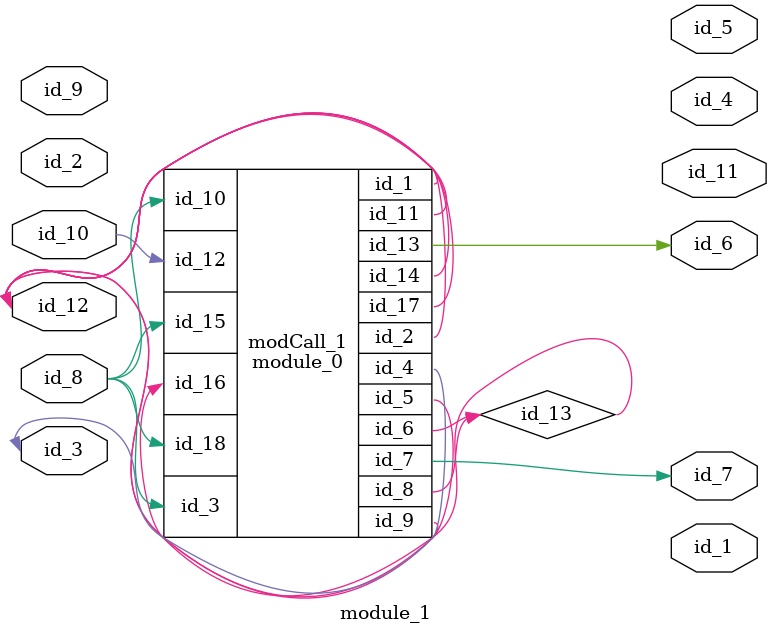
<source format=v>
module module_0 (
    id_1,
    id_2,
    id_3,
    id_4,
    id_5,
    id_6,
    id_7,
    id_8,
    id_9,
    id_10,
    id_11,
    id_12,
    id_13,
    id_14,
    id_15,
    id_16,
    id_17,
    id_18
);
  input wire id_18;
  inout wire id_17;
  input wire id_16;
  input wire id_15;
  inout wire id_14;
  output wire id_13;
  input wire id_12;
  inout wire id_11;
  input wire id_10;
  inout wire id_9;
  output wire id_8;
  output wire id_7;
  output wire id_6;
  output wire id_5;
  inout wire id_4;
  input wire id_3;
  inout wire id_2;
  output wire id_1;
endmodule
module module_1 (
    id_1,
    id_2,
    id_3,
    id_4,
    id_5,
    id_6,
    id_7,
    id_8,
    id_9,
    id_10,
    id_11,
    id_12
);
  inout wire id_12;
  output wire id_11;
  input wire id_10;
  input wire id_9;
  input wire id_8;
  output wire id_7;
  output wire id_6;
  output wire id_5;
  output wire id_4;
  inout wire id_3;
  input wire id_2;
  output wire id_1;
  wire id_13;
  module_0 modCall_1 (
      id_12,
      id_12,
      id_8,
      id_3,
      id_12,
      id_13,
      id_7,
      id_13,
      id_12,
      id_8,
      id_12,
      id_10,
      id_6,
      id_12,
      id_8,
      id_13,
      id_12,
      id_8
  );
endmodule

</source>
